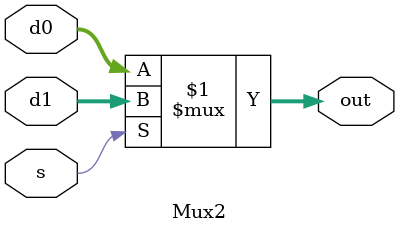
<source format=v>
module Mux2(s, d0, d1, out);
	input s;
	input [31 : 0] d0, d1;
	output [31 : 0] out = s ? d1 : d0;
endmodule
</source>
